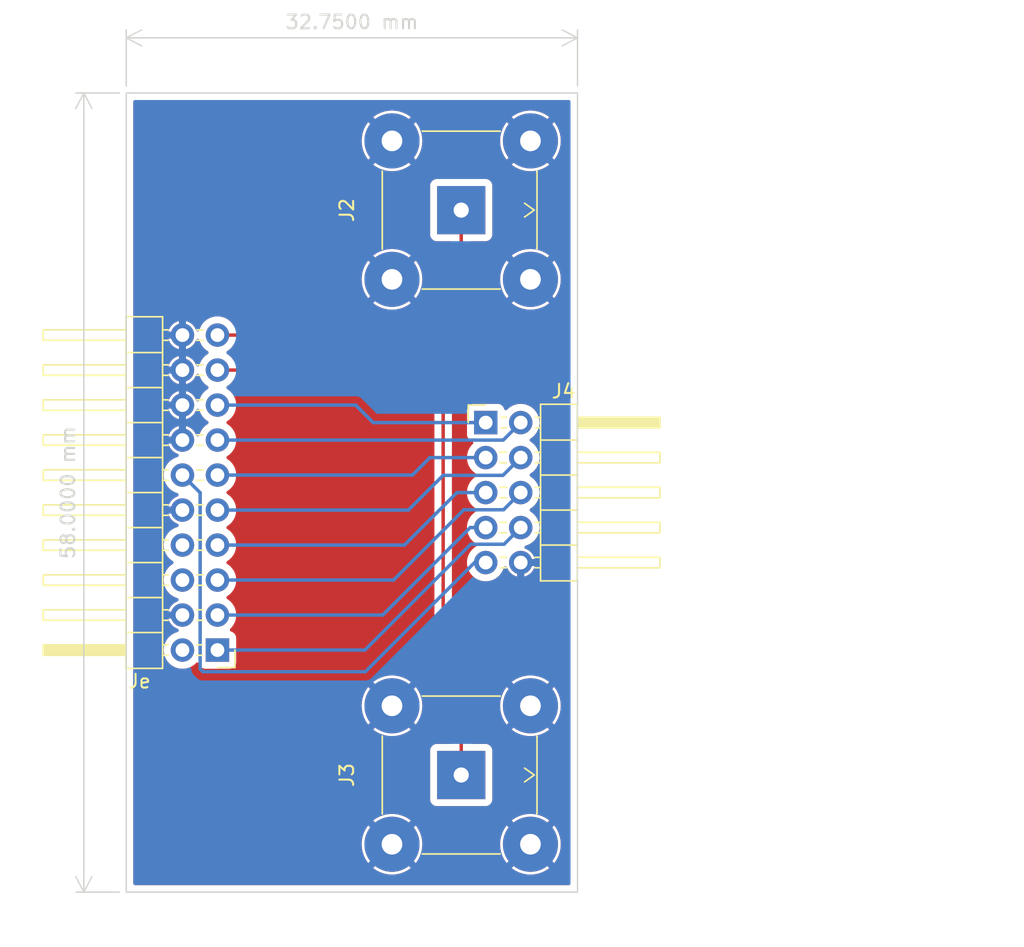
<source format=kicad_pcb>
(kicad_pcb (version 20211014) (generator pcbnew)
  (layers (0 "F.Cu" signal) (31 "B.Cu" signal) (34 "B.Paste" user) (35 "F.Paste" user) (36 "B.SilkS" user "B.Silkscreen") (37 "F.SilkS" user "F.Silkscreen") (38 "B.Mask" user) (39 "F.Mask" user) (44 "Edge.Cuts" user))
  (net 0 "")
  (net 1 "/1ACH")
  (net 2 "/GND")
  (net 3 "/2ACH")
  (net 4 "/1DCH")
  (net 5 "/2DCH")
  (net 6 "/3DCH")
  (net 7 "/CLK")
  (net 8 "/4DCH")
  (net 9 "/5DCH")
  (net 10 "/+5V")
  (net 11 "/6DCH")
  (net 12 "/+3V3")
  (net 13 "/7DCH")
  (net 14 "/8DCH")
  (net 15 "/TRIG")
  (footprint "Connector_PinHeader_2.54mm:PinHeader_2x05_P2.54mm_Horizontal" (layer "F.Cu") (at 107.0356 68.3514)
    (fp_text reference "J4" (at 5.655 -2.27) (layer "F.SilkS"))
    (fp_text value "Conn_02x05_Odd_Even")
    (fp_line (start 1.042929 7.24) (end 1.497071 7.24) (layer "F.SilkS") (width 0.12))
    (fp_line (start 12.64 4.7) (end 12.64 5.46) (layer "F.SilkS") (width 0.12))
    (fp_line (start 3.98 1.27) (end 6.64 1.27) (layer "F.SilkS") (width 0.12))
    (fp_line (start 3.98 -1.33) (end 3.98 11.49) (layer "F.SilkS") (width 0.12))
    (fp_line (start 3.582929 5.46) (end 3.98 5.46) (layer "F.SilkS") (width 0.12))
    (fp_line (start 12.64 2.16) (end 12.64 2.92) (layer "F.SilkS") (width 0.12))
    (fp_line (start 6.64 -0.32) (end 12.64 -0.32) (layer "F.SilkS") (width 0.12))
    (fp_line (start 12.64 5.46) (end 6.64 5.46) (layer "F.SilkS") (width 0.12))
    (fp_line (start 6.64 11.49) (end 6.64 -1.33) (layer "F.SilkS") (width 0.12))
    (fp_line (start 12.64 8) (end 6.64 8) (layer "F.SilkS") (width 0.12))
    (fp_line (start -1.27 -1.27) (end 0 -1.27) (layer "F.SilkS") (width 0.12))
    (fp_line (start 1.11 -0.38) (end 1.497071 -0.38) (layer "F.SilkS") (width 0.12))
    (fp_line (start 3.98 3.81) (end 6.64 3.81) (layer "F.SilkS") (width 0.12))
    (fp_line (start 3.98 6.35) (end 6.64 6.35) (layer "F.SilkS") (width 0.12))
    (fp_line (start 3.582929 9.78) (end 3.98 9.78) (layer "F.SilkS") (width 0.12))
    (fp_line (start 6.64 -0.2) (end 12.64 -0.2) (layer "F.SilkS") (width 0.12))
    (fp_line (start 3.582929 7.24) (end 3.98 7.24) (layer "F.SilkS") (width 0.12))
    (fp_line (start 6.64 0.04) (end 12.64 0.04) (layer "F.SilkS") (width 0.12))
    (fp_line (start 1.11 0.38) (end 1.497071 0.38) (layer "F.SilkS") (width 0.12))
    (fp_line (start 12.64 -0.38) (end 12.64 0.38) (layer "F.SilkS") (width 0.12))
    (fp_line (start 6.64 0.28) (end 12.64 0.28) (layer "F.SilkS") (width 0.12))
    (fp_line (start 6.64 0.16) (end 12.64 0.16) (layer "F.SilkS") (width 0.12))
    (fp_line (start 12.64 10.54) (end 6.64 10.54) (layer "F.SilkS") (width 0.12))
    (fp_line (start 6.64 4.7) (end 12.64 4.7) (layer "F.SilkS") (width 0.12))
    (fp_line (start 3.582929 2.16) (end 3.98 2.16) (layer "F.SilkS") (width 0.12))
    (fp_line (start 6.64 9.78) (end 12.64 9.78) (layer "F.SilkS") (width 0.12))
    (fp_line (start 3.582929 -0.38) (end 3.98 -0.38) (layer "F.SilkS") (width 0.12))
    (fp_line (start 12.64 9.78) (end 12.64 10.54) (layer "F.SilkS") (width 0.12))
    (fp_line (start 6.64 -0.38) (end 12.64 -0.38) (layer "F.SilkS") (width 0.12))
    (fp_line (start 1.042929 2.92) (end 1.497071 2.92) (layer "F.SilkS") (width 0.12))
    (fp_line (start 12.64 2.92) (end 6.64 2.92) (layer "F.SilkS") (width 0.12))
    (fp_line (start 1.042929 5.46) (end 1.497071 5.46) (layer "F.SilkS") (width 0.12))
    (fp_line (start 6.64 -0.08) (end 12.64 -0.08) (layer "F.SilkS") (width 0.12))
    (fp_line (start 3.582929 4.7) (end 3.98 4.7) (layer "F.SilkS") (width 0.12))
    (fp_line (start 1.042929 2.16) (end 1.497071 2.16) (layer "F.SilkS") (width 0.12))
    (fp_line (start 1.042929 9.78) (end 1.497071 9.78) (layer "F.SilkS") (width 0.12))
    (fp_line (start 3.98 11.49) (end 6.64 11.49) (layer "F.SilkS") (width 0.12))
    (fp_line (start 12.64 0.38) (end 6.64 0.38) (layer "F.SilkS") (width 0.12))
    (fp_line (start 3.98 8.89) (end 6.64 8.89) (layer "F.SilkS") (width 0.12))
    (fp_line (start 6.64 7.24) (end 12.64 7.24) (layer "F.SilkS") (width 0.12))
    (fp_line (start 3.582929 0.38) (end 3.98 0.38) (layer "F.SilkS") (width 0.12))
    (fp_line (start 1.042929 4.7) (end 1.497071 4.7) (layer "F.SilkS") (width 0.12))
    (fp_line (start 1.042929 10.54) (end 1.497071 10.54) (layer "F.SilkS") (width 0.12))
    (fp_line (start -1.27 0) (end -1.27 -1.27) (layer "F.SilkS") (width 0.12))
    (fp_line (start 1.042929 8) (end 1.497071 8) (layer "F.SilkS") (width 0.12))
    (fp_line (start 12.64 7.24) (end 12.64 8) (layer "F.SilkS") (width 0.12))
    (fp_line (start 3.582929 2.92) (end 3.98 2.92) (layer "F.SilkS") (width 0.12))
    (fp_line (start 6.64 -1.33) (end 3.98 -1.33) (layer "F.SilkS") (width 0.12))
    (fp_line (start 6.64 2.16) (end 12.64 2.16) (layer "F.SilkS") (width 0.12))
    (fp_line (start 3.582929 8) (end 3.98 8) (layer "F.SilkS") (width 0.12))
    (fp_line (start 3.582929 10.54) (end 3.98 10.54) (layer "F.SilkS") (width 0.12))
    (pad "1" thru_hole rect (at 0 0) (size 1.7 1.7) (drill 1) (layers *.Cu *.Mask) (net 4 "/1DCH"))
    (pad "2" thru_hole oval (at 2.54 0) (size 1.7 1.7) (drill 1) (layers *.Cu *.Mask) (net 5 "/2DCH"))
    (pad "3" thru_hole oval (at 0 2.54) (size 1.7 1.7) (drill 1) (layers *.Cu *.Mask) (net 6 "/3DCH"))
    (pad "4" thru_hole oval (at 2.54 2.54) (size 1.7 1.7) (drill 1) (layers *.Cu *.Mask) (net 8 "/4DCH"))
    (pad "5" thru_hole oval (at 0 5.08) (size 1.7 1.7) (drill 1) (layers *.Cu *.Mask) (net 9 "/5DCH"))
    (pad "6" thru_hole oval (at 2.54 5.08) (size 1.7 1.7) (drill 1) (layers *.Cu *.Mask) (net 11 "/6DCH"))
    (pad "7" thru_hole oval (at 0 7.62) (size 1.7 1.7) (drill 1) (layers *.Cu *.Mask) (net 13 "/7DCH"))
    (pad "8" thru_hole oval (at 2.54 7.62) (size 1.7 1.7) (drill 1) (layers *.Cu *.Mask) (net 14 "/8DCH"))
    (pad "9" thru_hole oval (at 0 10.16) (size 1.7 1.7) (drill 1) (layers *.Cu *.Mask) (net 7 "/CLK"))
    (pad "10" thru_hole oval (at 2.54 10.16) (size 1.7 1.7) (drill 1) (layers *.Cu *.Mask) (net 2 "/GND"))
  )
  (footprint "Connector_PinHeader_2.54mm:PinHeader_2x10_P2.54mm_Horizontal" (layer "F.Cu") (at 87.565 84.8614 180)
    (fp_text reference "Je" (at 5.655 -2.27) (layer "F.SilkS"))
    (fp_text value "Conn_02x10_Odd_Even")
    (fp_line (start 3.582929 17.4) (end 3.98 17.4) (layer "F.SilkS") (width 0.12))
    (fp_line (start 12.64 7.24) (end 12.64 8) (layer "F.SilkS") (width 0.12))
    (fp_line (start 1.042929 23.24) (end 1.497071 23.24) (layer "F.SilkS") (width 0.12))
    (fp_line (start 3.98 8.89) (end 6.64 8.89) (layer "F.SilkS") (width 0.12))
    (fp_line (start 6.64 -0.38) (end 12.64 -0.38) (layer "F.SilkS") (width 0.12))
    (fp_line (start 6.64 0.04) (end 12.64 0.04) (layer "F.SilkS") (width 0.12))
    (fp_line (start 12.64 -0.38) (end 12.64 0.38) (layer "F.SilkS") (width 0.12))
    (fp_line (start 3.98 19.05) (end 6.64 19.05) (layer "F.SilkS") (width 0.12))
    (fp_line (start 1.11 -0.38) (end 1.497071 -0.38) (layer "F.SilkS") (width 0.12))
    (fp_line (start 6.64 -0.08) (end 12.64 -0.08) (layer "F.SilkS") (width 0.12))
    (fp_line (start 12.64 8) (end 6.64 8) (layer "F.SilkS") (width 0.12))
    (fp_line (start 12.64 2.16) (end 12.64 2.92) (layer "F.SilkS") (width 0.12))
    (fp_line (start 3.582929 -0.38) (end 3.98 -0.38) (layer "F.SilkS") (width 0.12))
    (fp_line (start 3.98 24.19) (end 6.64 24.19) (layer "F.SilkS") (width 0.12))
    (fp_line (start 12.64 13.08) (end 6.64 13.08) (layer "F.SilkS") (width 0.12))
    (fp_line (start 12.64 22.48) (end 12.64 23.24) (layer "F.SilkS") (width 0.12))
    (fp_line (start 3.582929 5.46) (end 3.98 5.46) (layer "F.SilkS") (width 0.12))
    (fp_line (start 3.582929 19.94) (end 3.98 19.94) (layer "F.SilkS") (width 0.12))
    (fp_line (start 1.042929 12.32) (end 1.497071 12.32) (layer "F.SilkS") (width 0.12))
    (fp_line (start 3.98 -1.33) (end 3.98 24.19) (layer "F.SilkS") (width 0.12))
    (fp_line (start 12.64 20.7) (end 6.64 20.7) (layer "F.SilkS") (width 0.12))
    (fp_line (start 6.64 17.4) (end 12.64 17.4) (layer "F.SilkS") (width 0.12))
    (fp_line (start -1.27 -1.27) (end 0 -1.27) (layer "F.SilkS") (width 0.12))
    (fp_line (start 3.582929 7.24) (end 3.98 7.24) (layer "F.SilkS") (width 0.12))
    (fp_line (start 3.582929 23.24) (end 3.98 23.24) (layer "F.SilkS") (width 0.12))
    (fp_line (start 1.042929 22.48) (end 1.497071 22.48) (layer "F.SilkS") (width 0.12))
    (fp_line (start 12.64 2.92) (end 6.64 2.92) (layer "F.SilkS") (width 0.12))
    (fp_line (start 1.042929 19.94) (end 1.497071 19.94) (layer "F.SilkS") (width 0.12))
    (fp_line (start 1.042929 20.7) (end 1.497071 20.7) (layer "F.SilkS") (width 0.12))
    (fp_line (start 12.64 12.32) (end 12.64 13.08) (layer "F.SilkS") (width 0.12))
    (fp_line (start 6.64 -1.33) (end 3.98 -1.33) (layer "F.SilkS") (width 0.12))
    (fp_line (start 3.98 21.59) (end 6.64 21.59) (layer "F.SilkS") (width 0.12))
    (fp_line (start 12.64 9.78) (end 12.64 10.54) (layer "F.SilkS") (width 0.12))
    (fp_line (start 1.11 0.38) (end 1.497071 0.38) (layer "F.SilkS") (width 0.12))
    (fp_line (start 6.64 2.16) (end 12.64 2.16) (layer "F.SilkS") (width 0.12))
    (fp_line (start 3.582929 9.78) (end 3.98 9.78) (layer "F.SilkS") (width 0.12))
    (fp_line (start 1.042929 8) (end 1.497071 8) (layer "F.SilkS") (width 0.12))
    (fp_line (start 3.98 11.43) (end 6.64 11.43) (layer "F.SilkS") (width 0.12))
    (fp_line (start 3.582929 20.7) (end 3.98 20.7) (layer "F.SilkS") (width 0.12))
    (fp_line (start 1.042929 9.78) (end 1.497071 9.78) (layer "F.SilkS") (width 0.12))
    (fp_line (start 3.98 3.81) (end 6.64 3.81) (layer "F.SilkS") (width 0.12))
    (fp_line (start 1.042929 18.16) (end 1.497071 18.16) (layer "F.SilkS") (width 0.12))
    (fp_line (start 1.042929 10.54) (end 1.497071 10.54) (layer "F.SilkS") (width 0.12))
    (fp_line (start 12.64 18.16) (end 6.64 18.16) (layer "F.SilkS") (width 0.12))
    (fp_line (start 3.582929 0.38) (end 3.98 0.38) (layer "F.SilkS") (width 0.12))
    (fp_line (start 12.64 0.38) (end 6.64 0.38) (layer "F.SilkS") (width 0.12))
    (fp_line (start 6.64 0.28) (end 12.64 0.28) (layer "F.SilkS") (width 0.12))
    (fp_line (start 3.582929 2.92) (end 3.98 2.92) (layer "F.SilkS") (width 0.12))
    (fp_line (start 3.582929 15.62) (end 3.98 15.62) (layer "F.SilkS") (width 0.12))
    (fp_line (start 6.64 24.19) (end 6.64 -1.33) (layer "F.SilkS") (width 0.12))
    (fp_line (start 3.98 6.35) (end 6.64 6.35) (layer "F.SilkS") (width 0.12))
    (fp_line (start 3.582929 18.16) (end 3.98 18.16) (layer "F.SilkS") (width 0.12))
    (fp_line (start 6.64 22.48) (end 12.64 22.48) (layer "F.SilkS") (width 0.12))
    (fp_line (start 6.64 -0.32) (end 12.64 -0.32) (layer "F.SilkS") (width 0.12))
    (fp_line (start 12.64 19.94) (end 12.64 20.7) (layer "F.SilkS") (width 0.12))
    (fp_line (start -1.27 0) (end -1.27 -1.27) (layer "F.SilkS") (width 0.12))
    (fp_line (start 3.582929 8) (end 3.98 8) (layer "F.SilkS") (width 0.12))
    (fp_line (start 6.64 9.78) (end 12.64 9.78) (layer "F.SilkS") (width 0.12))
    (fp_line (start 3.582929 10.54) (end 3.98 10.54) (layer "F.SilkS") (width 0.12))
    (fp_line (start 12.64 4.7) (end 12.64 5.46) (layer "F.SilkS") (width 0.12))
    (fp_line (start 1.042929 15.62) (end 1.497071 15.62) (layer "F.SilkS") (width 0.12))
    (fp_line (start 1.042929 7.24) (end 1.497071 7.24) (layer "F.SilkS") (width 0.12))
    (fp_line (start 1.042929 2.16) (end 1.497071 2.16) (layer "F.SilkS") (width 0.12))
    (fp_line (start 3.582929 13.08) (end 3.98 13.08) (layer "F.SilkS") (width 0.12))
    (fp_line (start 6.64 0.16) (end 12.64 0.16) (layer "F.SilkS") (width 0.12))
    (fp_line (start 6.64 14.86) (end 12.64 14.86) (layer "F.SilkS") (width 0.12))
    (fp_line (start 3.582929 22.48) (end 3.98 22.48) (layer "F.SilkS") (width 0.12))
    (fp_line (start 3.98 1.27) (end 6.64 1.27) (layer "F.SilkS") (width 0.12))
    (fp_line (start 1.042929 14.86) (end 1.497071 14.86) (layer "F.SilkS") (width 0.12))
    (fp_line (start 12.64 14.86) (end 12.64 15.62) (layer "F.SilkS") (width 0.12))
    (fp_line (start 12.64 10.54) (end 6.64 10.54) (layer "F.SilkS") (width 0.12))
    (fp_line (start 12.64 15.62) (end 6.64 15.62) (layer "F.SilkS") (width 0.12))
    (fp_line (start 12.64 17.4) (end 12.64 18.16) (layer "F.SilkS") (width 0.12))
    (fp_line (start 6.64 7.24) (end 12.64 7.24) (layer "F.SilkS") (width 0.12))
    (fp_line (start 3.582929 4.7) (end 3.98 4.7) (layer "F.SilkS") (width 0.12))
    (fp_line (start 3.582929 2.16) (end 3.98 2.16) (layer "F.SilkS") (width 0.12))
    (fp_line (start 1.042929 2.92) (end 1.497071 2.92) (layer "F.SilkS") (width 0.12))
    (fp_line (start 3.98 13.97) (end 6.64 13.97) (layer "F.SilkS") (width 0.12))
    (fp_line (start 1.042929 5.46) (end 1.497071 5.46) (layer "F.SilkS") (width 0.12))
    (fp_line (start 12.64 23.24) (end 6.64 23.24) (layer "F.SilkS") (width 0.12))
    (fp_line (start 1.042929 17.4) (end 1.497071 17.4) (layer "F.SilkS") (width 0.12))
    (fp_line (start 3.582929 12.32) (end 3.98 12.32) (layer "F.SilkS") (width 0.12))
    (fp_line (start 6.64 19.94) (end 12.64 19.94) (layer "F.SilkS") (width 0.12))
    (fp_line (start 3.582929 14.86) (end 3.98 14.86) (layer "F.SilkS") (width 0.12))
    (fp_line (start 6.64 -0.2) (end 12.64 -0.2) (layer "F.SilkS") (width 0.12))
    (fp_line (start 6.64 12.32) (end 12.64 12.32) (layer "F.SilkS") (width 0.12))
    (fp_line (start 3.98 16.51) (end 6.64 16.51) (layer "F.SilkS") (width 0.12))
    (fp_line (start 6.64 4.7) (end 12.64 4.7) (layer "F.SilkS") (width 0.12))
    (fp_line (start 12.64 5.46) (end 6.64 5.46) (layer "F.SilkS") (width 0.12))
    (fp_line (start 1.042929 4.7) (end 1.497071 4.7) (layer "F.SilkS") (width 0.12))
    (fp_line (start 1.042929 13.08) (end 1.497071 13.08) (layer "F.SilkS") (width 0.12))
    (pad "1" thru_hole rect (at 0 0 180) (size 1.7 1.7) (drill 1) (layers *.Cu *.Mask) (net 14 "/8DCH"))
    (pad "2" thru_hole oval (at 2.54 0 180) (size 1.7 1.7) (drill 1) (layers *.Cu *.Mask) (net 15 "/TRIG"))
    (pad "3" thru_hole oval (at 0 2.54 180) (size 1.7 1.7) (drill 1) (layers *.Cu *.Mask) (net 13 "/7DCH"))
    (pad "4" thru_hole oval (at 2.54 2.54 180) (size 1.7 1.7) (drill 1) (layers *.Cu *.Mask) (net 2 "/GND"))
    (pad "5" thru_hole oval (at 0 5.08 180) (size 1.7 1.7) (drill 1) (layers *.Cu *.Mask) (net 11 "/6DCH"))
    (pad "6" thru_hole oval (at 2.54 5.08 180) (size 1.7 1.7) (drill 1) (layers *.Cu *.Mask) (net 12 "/+3V3"))
    (pad "7" thru_hole oval (at 0 7.62 180) (size 1.7 1.7) (drill 1) (layers *.Cu *.Mask) (net 9 "/5DCH"))
    (pad "8" thru_hole oval (at 2.54 7.62 180) (size 1.7 1.7) (drill 1) (layers *.Cu *.Mask) (net 10 "/+5V"))
    (pad "9" thru_hole oval (at 0 10.16 180) (size 1.7 1.7) (drill 1) (layers *.Cu *.Mask) (net 8 "/4DCH"))
    (pad "10" thru_hole oval (at 2.54 10.16 180) (size 1.7 1.7) (drill 1) (layers *.Cu *.Mask) (net 2 "/GND"))
    (pad "11" thru_hole oval (at 0 12.7 180) (size 1.7 1.7) (drill 1) (layers *.Cu *.Mask) (net 6 "/3DCH"))
    (pad "12" thru_hole oval (at 2.54 12.7 180) (size 1.7 1.7) (drill 1) (layers *.Cu *.Mask) (net 7 "/CLK"))
    (pad "13" thru_hole oval (at 0 15.24 180) (size 1.7 1.7) (drill 1) (layers *.Cu *.Mask) (net 5 "/2DCH"))
    (pad "14" thru_hole oval (at 2.54 15.24 180) (size 1.7 1.7) (drill 1) (layers *.Cu *.Mask) (net 2 "/GND"))
    (pad "15" thru_hole oval (at 0 17.78 180) (size 1.7 1.7) (drill 1) (layers *.Cu *.Mask) (net 4 "/1DCH"))
    (pad "16" thru_hole oval (at 2.54 17.78 180) (size 1.7 1.7) (drill 1) (layers *.Cu *.Mask) (net 2 "/GND"))
    (pad "17" thru_hole oval (at 0 20.32 180) (size 1.7 1.7) (drill 1) (layers *.Cu *.Mask) (net 3 "/2ACH"))
    (pad "18" thru_hole oval (at 2.54 20.32 180) (size 1.7 1.7) (drill 1) (layers *.Cu *.Mask) (net 2 "/GND"))
    (pad "19" thru_hole oval (at 0 22.86 180) (size 1.7 1.7) (drill 1) (layers *.Cu *.Mask) (net 1 "/1ACH"))
    (pad "20" thru_hole oval (at 2.54 22.86 180) (size 1.7 1.7) (drill 1) (layers *.Cu *.Mask) (net 2 "/GND"))
  )
  (footprint "Connector_Coaxial:BNC_TEConnectivity_1478035_Horizontal" (layer "F.Cu") (at 105.2576 52.9314 -90)
    (fp_text reference "J2" (at 0 8.3 90) (layer "F.SilkS"))
    (fp_text value "Conn_Coaxial")
    (fp_line (start -5.73 -2.825) (end -5.73 2.825) (layer "F.SilkS") (width 0.12))
    (fp_line (start 2.825 -5.5) (end -2.825 -5.5) (layer "F.SilkS") (width 0.12))
    (fp_line (start 5.73 2.825) (end 5.73 -2.825) (layer "F.SilkS") (width 0.12))
    (fp_line (start -2.825 5.73) (end 2.825 5.73) (layer "F.SilkS") (width 0.12))
    (fp_line (start 0 -5.3) (end 0.5 -4.6) (layer "F.SilkS") (width 0.12))
    (fp_line (start 0 -5.3) (end -0.5 -4.6) (layer "F.SilkS") (width 0.12))
    (pad "1" thru_hole rect (at 0 0 270) (size 3.5 3.5) (drill 1.1) (layers *.Cu *.Mask) (net 1 "/1ACH"))
    (pad "2" thru_hole circle (at 5.025 5.025 270) (size 4 4) (drill 1.5) (layers *.Cu *.Mask) (net 2 "/GND"))
    (pad "2" thru_hole circle (at -5.025 5.025 270) (size 4 4) (drill 1.5) (layers *.Cu *.Mask) (net 2 "/GND"))
    (pad "2" thru_hole circle (at 5.025 -5.025 270) (size 4 4) (drill 1.5) (layers *.Cu *.Mask) (net 2 "/GND"))
    (pad "2" thru_hole circle (at -5.025 -5.025 270) (size 4 4) (drill 1.5) (layers *.Cu *.Mask) (net 2 "/GND"))
  )
  (footprint "Connector_Coaxial:BNC_TEConnectivity_1478035_Horizontal" (layer "F.Cu") (at 105.2576 93.9314 -90)
    (fp_text reference "J3" (at 0 8.3 90) (layer "F.SilkS"))
    (fp_text value "Conn_Coaxial")
    (fp_line (start 0 -5.3) (end -0.5 -4.6) (layer "F.SilkS") (width 0.12))
    (fp_line (start 0 -5.3) (end 0.5 -4.6) (layer "F.SilkS") (width 0.12))
    (fp_line (start -5.73 -2.825) (end -5.73 2.825) (layer "F.SilkS") (width 0.12))
    (fp_line (start 5.73 2.825) (end 5.73 -2.825) (layer "F.SilkS") (width 0.12))
    (fp_line (start -2.825 5.73) (end 2.825 5.73) (layer "F.SilkS") (width 0.12))
    (fp_line (start 2.825 -5.5) (end -2.825 -5.5) (layer "F.SilkS") (width 0.12))
    (pad "1" thru_hole rect (at 0 0 270) (size 3.5 3.5) (drill 1.1) (layers *.Cu *.Mask) (net 3 "/2ACH"))
    (pad "2" thru_hole circle (at 5.025 5.025 270) (size 4 4) (drill 1.5) (layers *.Cu *.Mask) (net 2 "/GND"))
    (pad "2" thru_hole circle (at -5.025 5.025 270) (size 4 4) (drill 1.5) (layers *.Cu *.Mask) (net 2 "/GND"))
    (pad "2" thru_hole circle (at -5.025 -5.025 270) (size 4 4) (drill 1.5) (layers *.Cu *.Mask) (net 2 "/GND"))
    (pad "2" thru_hole circle (at 5.025 -5.025 270) (size 4 4) (drill 1.5) (layers *.Cu *.Mask) (net 2 "/GND"))
  )
  (gr_line (start 80.9476 44.4314) (end 113.6976 44.4314) (layer "Edge.Cuts") (width 0.1))
  (gr_line (start 113.6976 44.4314) (end 113.6976 102.4314) (layer "Edge.Cuts") (width 0.1))
  (gr_line (start 113.6976 102.4314) (end 80.9476 102.4314) (layer "Edge.Cuts") (width 0.1))
  (gr_line (start 80.9476 102.4314) (end 80.9476 44.4314) (layer "Edge.Cuts") (width 0.1))
  (dimension (type aligned) (layer "Edge.Cuts") (pts (xy 80.9476 44.4314) (xy 80.9476 102.4314)) (height 3.08) (gr_text "58,0000 mm" (at 76.7176 73.4314 90) (layer "Edge.Cuts") (effects (font (size 1 1) (thickness 0.15)))) (format (units 3) (units_format 1) (precision 4)) (style (thickness 0.1) (arrow_length 1.27) (text_position_mode 0) (extension_height 0.58642) (extension_offset 0.5) keep_text_aligned))
  (dimension (type aligned) (layer "Edge.Cuts") (pts (xy 80.9476 44.4314) (xy 113.6976 44.4314)) (height -4) (gr_text "32,7500 mm" (at 97.3226 39.2814) (layer "Edge.Cuts") (effects (font (size 1 1) (thickness 0.15)))) (format (units 3) (units_format 1) (precision 4)) (style (thickness 0.1) (arrow_length 1.27) (text_position_mode 0) (extension_height 0.58642) (extension_offset 0.5) keep_text_aligned))
  (segment (start 105.2576 60.5114) (end 105.2576 52.9314) (width 0.25) (layer "F.Cu") (net 1))
  (segment (start 87.565 62.0014) (end 103.7676 62.0014) (width 0.25) (layer "F.Cu") (net 1))
  (segment (start 103.7676 62.0014) (end 105.2576 60.5114) (width 0.25) (layer "F.Cu") (net 1))
  (segment (start 87.565 64.5414) (end 101.3076 64.5414) (width 0.25) (layer "F.Cu") (net 3))
  (segment (start 103.9476 67.1814) (end 103.9476 88.4314) (width 0.25) (layer "F.Cu") (net 3))
  (segment (start 103.9476 88.4314) (end 105.2576 89.7414) (width 0.25) (layer "F.Cu") (net 3))
  (segment (start 101.3076 64.5414) (end 103.9476 67.1814) (width 0.25) (layer "F.Cu") (net 3))
  (segment (start 105.2576 89.7414) (end 105.2576 93.9314) (width 0.25) (layer "F.Cu") (net 3))
  (segment (start 87.565 67.0814) (end 97.5976 67.0814) (width 0.25) (layer "B.Cu") (net 4))
  (segment (start 97.5976 67.0814) (end 98.8676 68.3514) (width 0.25) (layer "B.Cu") (net 4))
  (segment (start 98.8676 68.3514) (end 107.0356 68.3514) (width 0.25) (layer "B.Cu") (net 4))
  (segment (start 87.565 69.6214) (end 108.3056 69.6214) (width 0.25) (layer "B.Cu") (net 5))
  (segment (start 108.3056 69.6214) (end 109.5756 68.3514) (width 0.25) (layer "B.Cu") (net 5))
  (segment (start 102.9876 70.8914) (end 107.0356 70.8914) (width 0.25) (layer "B.Cu") (net 6))
  (segment (start 87.565 72.1614) (end 101.7176 72.1614) (width 0.25) (layer "B.Cu") (net 6))
  (segment (start 101.7176 72.1614) (end 102.9876 70.8914) (width 0.25) (layer "B.Cu") (net 6))
  (segment (start 86.3092 86.233) (end 86.5124 86.4362) (width 0.25) (layer "B.Cu") (net 7))
  (segment (start 86.3092 73.4456) (end 86.3092 86.233) (width 0.25) (layer "B.Cu") (net 7))
  (segment (start 86.5124 86.4362) (end 98.298 86.4362) (width 0.25) (layer "B.Cu") (net 7))
  (segment (start 85.025 72.1614) (end 86.3092 73.4456) (width 0.25) (layer "B.Cu") (net 7))
  (segment (start 98.298 86.4362) (end 106.2228 78.5114) (width 0.25) (layer "B.Cu") (net 7))
  (segment (start 106.2228 78.5114) (end 107.0356 78.5114) (width 0.25) (layer "B.Cu") (net 7))
  (segment (start 101.4276 74.7014) (end 103.9476 72.1814) (width 0.25) (layer "B.Cu") (net 8))
  (segment (start 108.2856 72.1814) (end 109.5756 70.8914) (width 0.25) (layer "B.Cu") (net 8))
  (segment (start 87.565 74.7014) (end 101.4276 74.7014) (width 0.25) (layer "B.Cu") (net 8))
  (segment (start 103.9476 72.1814) (end 108.2856 72.1814) (width 0.25) (layer "B.Cu") (net 8))
  (segment (start 87.565 77.2414) (end 101.1376 77.2414) (width 0.25) (layer "B.Cu") (net 9))
  (segment (start 101.1376 77.2414) (end 104.9476 73.4314) (width 0.25) (layer "B.Cu") (net 9))
  (segment (start 104.9476 73.4314) (end 107.0356 73.4314) (width 0.25) (layer "B.Cu") (net 9))
  (segment (start 105.4476 74.6814) (end 108.3256 74.6814) (width 0.25) (layer "B.Cu") (net 11))
  (segment (start 108.3256 74.6814) (end 109.5756 73.4314) (width 0.25) (layer "B.Cu") (net 11))
  (segment (start 100.3476 79.7814) (end 105.4476 74.6814) (width 0.25) (layer "B.Cu") (net 11))
  (segment (start 87.565 79.7814) (end 100.3476 79.7814) (width 0.25) (layer "B.Cu") (net 11))
  (segment (start 99.5576 82.3214) (end 105.9076 75.9714) (width 0.25) (layer "B.Cu") (net 13))
  (segment (start 87.565 82.3214) (end 99.5576 82.3214) (width 0.25) (layer "B.Cu") (net 13))
  (segment (start 105.9076 75.9714) (end 107.0356 75.9714) (width 0.25) (layer "B.Cu") (net 13))
  (segment (start 105.9476 77.1814) (end 108.3656 77.1814) (width 0.25) (layer "B.Cu") (net 14))
  (segment (start 108.3656 77.1814) (end 109.5756 75.9714) (width 0.25) (layer "B.Cu") (net 14))
  (segment (start 98.2676 84.8614) (end 105.9476 77.1814) (width 0.25) (layer "B.Cu") (net 14))
  (segment (start 87.565 84.8614) (end 98.2676 84.8614) (width 0.25) (layer "B.Cu") (net 14))
  (zone (net 2) (net_name "/GND") (layers F&B.Cu) (connect_pads (clearance 0.508)) (min_thickness 0.254) (fill yes (thermal_gap 0.2) (thermal_bridge_width 0.508))
    (polygon (pts (xy 124.1976 106.4314) (xy 73.1976 106.4314) (xy 73.1976 37.6814) (xy 124.1976 37.6814)))
  )
)
</source>
